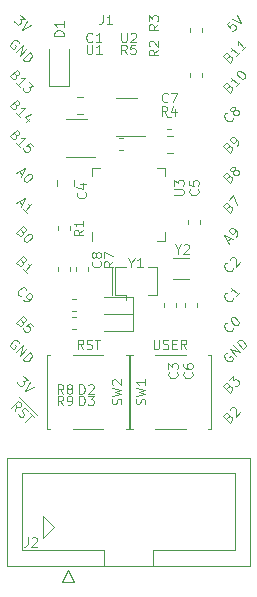
<source format=gto>
%TF.GenerationSoftware,KiCad,Pcbnew,5.1.8-db9833491~88~ubuntu20.04.1*%
%TF.CreationDate,2021-01-17T16:38:17+01:00*%
%TF.ProjectId,GreenFox,47726565-6e46-46f7-982e-6b696361645f,Rev1*%
%TF.SameCoordinates,PX6d01460PY68c4118*%
%TF.FileFunction,Legend,Top*%
%TF.FilePolarity,Positive*%
%FSLAX46Y46*%
G04 Gerber Fmt 4.6, Leading zero omitted, Abs format (unit mm)*
G04 Created by KiCad (PCBNEW 5.1.8-db9833491~88~ubuntu20.04.1) date 2021-01-17 16:38:17*
%MOMM*%
%LPD*%
G01*
G04 APERTURE LIST*
%ADD10C,0.120000*%
G04 APERTURE END LIST*
D10*
X6318304Y17595896D02*
X6051638Y17976848D01*
X5861161Y17595896D02*
X5861161Y18395896D01*
X6165923Y18395896D01*
X6242114Y18357800D01*
X6280209Y18319705D01*
X6318304Y18243515D01*
X6318304Y18129229D01*
X6280209Y18053039D01*
X6242114Y18014943D01*
X6165923Y17976848D01*
X5861161Y17976848D01*
X6623066Y17633991D02*
X6737352Y17595896D01*
X6927828Y17595896D01*
X7004019Y17633991D01*
X7042114Y17672086D01*
X7080209Y17748277D01*
X7080209Y17824467D01*
X7042114Y17900658D01*
X7004019Y17938753D01*
X6927828Y17976848D01*
X6775447Y18014943D01*
X6699257Y18053039D01*
X6661161Y18091134D01*
X6623066Y18167324D01*
X6623066Y18243515D01*
X6661161Y18319705D01*
X6699257Y18357800D01*
X6775447Y18395896D01*
X6965923Y18395896D01*
X7080209Y18357800D01*
X7308780Y18395896D02*
X7765923Y18395896D01*
X7537352Y17595896D02*
X7537352Y18395896D01*
X12293771Y18395896D02*
X12293771Y17748277D01*
X12331866Y17672086D01*
X12369961Y17633991D01*
X12446152Y17595896D01*
X12598533Y17595896D01*
X12674723Y17633991D01*
X12712819Y17672086D01*
X12750914Y17748277D01*
X12750914Y18395896D01*
X13093771Y17633991D02*
X13208057Y17595896D01*
X13398533Y17595896D01*
X13474723Y17633991D01*
X13512819Y17672086D01*
X13550914Y17748277D01*
X13550914Y17824467D01*
X13512819Y17900658D01*
X13474723Y17938753D01*
X13398533Y17976848D01*
X13246152Y18014943D01*
X13169961Y18053039D01*
X13131866Y18091134D01*
X13093771Y18167324D01*
X13093771Y18243515D01*
X13131866Y18319705D01*
X13169961Y18357800D01*
X13246152Y18395896D01*
X13436628Y18395896D01*
X13550914Y18357800D01*
X13893771Y18014943D02*
X14160438Y18014943D01*
X14274723Y17595896D02*
X13893771Y17595896D01*
X13893771Y18395896D01*
X14274723Y18395896D01*
X15074723Y17595896D02*
X14808057Y17976848D01*
X14617580Y17595896D02*
X14617580Y18395896D01*
X14922342Y18395896D01*
X14998533Y18357800D01*
X15036628Y18319705D01*
X15074723Y18243515D01*
X15074723Y18129229D01*
X15036628Y18053039D01*
X14998533Y18014943D01*
X14922342Y17976848D01*
X14617580Y17976848D01*
X2921000Y1587500D02*
X2921000Y3492500D01*
X3873500Y2540000D02*
X2921000Y1587500D01*
X3873500Y2540000D02*
X2921000Y3492500D01*
X1026316Y45884744D02*
X1376502Y45534558D01*
X972441Y45507620D01*
X1053254Y45426808D01*
X1080191Y45345996D01*
X1080191Y45292121D01*
X1053254Y45211309D01*
X918567Y45076622D01*
X837754Y45049685D01*
X783880Y45049685D01*
X703067Y45076622D01*
X541443Y45238246D01*
X514506Y45319059D01*
X514506Y45372933D01*
X1538127Y45372933D02*
X1161003Y44618686D01*
X1915250Y44995810D01*
X903193Y43540993D02*
X876255Y43621805D01*
X795443Y43702617D01*
X687693Y43756492D01*
X579944Y43756492D01*
X499132Y43729555D01*
X364445Y43648742D01*
X283632Y43567930D01*
X202820Y43433243D01*
X175883Y43352431D01*
X175883Y43244681D01*
X229758Y43136932D01*
X283632Y43083057D01*
X391382Y43029182D01*
X445257Y43029182D01*
X633819Y43217744D01*
X526069Y43325494D01*
X633819Y42732871D02*
X1199504Y43298556D01*
X957067Y42409622D01*
X1522753Y42975307D01*
X1226441Y42140248D02*
X1792127Y42705933D01*
X1926814Y42571246D01*
X1980689Y42463497D01*
X1980689Y42355747D01*
X1953751Y42274935D01*
X1872939Y42140248D01*
X1792127Y42059436D01*
X1657440Y41978624D01*
X1576628Y41951686D01*
X1468878Y41951686D01*
X1361128Y42005561D01*
X1226441Y42140248D01*
X633819Y40785494D02*
X687693Y40677744D01*
X687693Y40623869D01*
X660756Y40543057D01*
X579944Y40462245D01*
X499132Y40435307D01*
X445257Y40435307D01*
X364445Y40462245D01*
X148945Y40677744D01*
X714631Y41243429D01*
X903193Y41054868D01*
X930130Y40974055D01*
X930130Y40920181D01*
X903193Y40839368D01*
X849318Y40785494D01*
X768506Y40758556D01*
X714631Y40758556D01*
X633819Y40785494D01*
X445257Y40974055D01*
X1010942Y39815747D02*
X687693Y40138996D01*
X849318Y39977372D02*
X1415003Y40543057D01*
X1280316Y40516120D01*
X1172567Y40516120D01*
X1091754Y40543057D01*
X1765189Y40192871D02*
X2115376Y39842685D01*
X1711315Y39815747D01*
X1792127Y39734935D01*
X1819064Y39654123D01*
X1819064Y39600248D01*
X1792127Y39519436D01*
X1657440Y39384749D01*
X1576628Y39357811D01*
X1522753Y39357811D01*
X1441941Y39384749D01*
X1280316Y39546373D01*
X1253379Y39627185D01*
X1253379Y39681060D01*
X633819Y38245494D02*
X687693Y38137744D01*
X687693Y38083869D01*
X660756Y38003057D01*
X579944Y37922245D01*
X499132Y37895307D01*
X445257Y37895307D01*
X364445Y37922245D01*
X148945Y38137744D01*
X714631Y38703429D01*
X903193Y38514868D01*
X930130Y38434055D01*
X930130Y38380181D01*
X903193Y38299368D01*
X849318Y38245494D01*
X768506Y38218556D01*
X714631Y38218556D01*
X633819Y38245494D01*
X445257Y38434055D01*
X1010942Y37275747D02*
X687693Y37598996D01*
X849318Y37437372D02*
X1415003Y38003057D01*
X1280316Y37976120D01*
X1172567Y37976120D01*
X1091754Y38003057D01*
X1872939Y37167998D02*
X1495815Y36790874D01*
X1953751Y37518184D02*
X1415003Y37248810D01*
X1765189Y36898624D01*
X633819Y35705494D02*
X687693Y35597744D01*
X687693Y35543869D01*
X660756Y35463057D01*
X579944Y35382245D01*
X499132Y35355307D01*
X445257Y35355307D01*
X364445Y35382245D01*
X148945Y35597744D01*
X714631Y36163429D01*
X903193Y35974868D01*
X930130Y35894055D01*
X930130Y35840181D01*
X903193Y35759368D01*
X849318Y35705494D01*
X768506Y35678556D01*
X714631Y35678556D01*
X633819Y35705494D01*
X445257Y35894055D01*
X1010942Y34735747D02*
X687693Y35058996D01*
X849318Y34897372D02*
X1415003Y35463057D01*
X1280316Y35436120D01*
X1172567Y35436120D01*
X1091754Y35463057D01*
X2088438Y34789622D02*
X1819064Y35058996D01*
X1522753Y34816559D01*
X1576628Y34816559D01*
X1657440Y34789622D01*
X1792127Y34654935D01*
X1819064Y34574123D01*
X1819064Y34520248D01*
X1792127Y34439436D01*
X1657440Y34304749D01*
X1576628Y34277811D01*
X1522753Y34277811D01*
X1441941Y34304749D01*
X1307254Y34439436D01*
X1280316Y34520248D01*
X1280316Y34574123D01*
X903193Y32626746D02*
X1172567Y32357372D01*
X687693Y32518996D02*
X1441941Y32896120D01*
X1064817Y32141872D01*
X1926814Y32411246D02*
X1980689Y32357372D01*
X2007626Y32276559D01*
X2007626Y32222685D01*
X1980689Y32141872D01*
X1899876Y32007185D01*
X1765189Y31872498D01*
X1630502Y31791686D01*
X1549690Y31764749D01*
X1495815Y31764749D01*
X1415003Y31791686D01*
X1361128Y31845561D01*
X1334191Y31926373D01*
X1334191Y31980248D01*
X1361128Y32061060D01*
X1441941Y32195747D01*
X1576628Y32330434D01*
X1711315Y32411246D01*
X1792127Y32438184D01*
X1846002Y32438184D01*
X1926814Y32411246D01*
X903193Y30086746D02*
X1172567Y29817372D01*
X687693Y29978996D02*
X1441941Y30356120D01*
X1064817Y29601872D01*
X1549690Y29116999D02*
X1226441Y29440248D01*
X1388066Y29278624D02*
X1953751Y29844309D01*
X1819064Y29817372D01*
X1711315Y29817372D01*
X1630502Y29844309D01*
X1172567Y27546746D02*
X1226441Y27438996D01*
X1226441Y27385121D01*
X1199504Y27304309D01*
X1118692Y27223497D01*
X1037880Y27196559D01*
X984005Y27196559D01*
X903193Y27223497D01*
X687693Y27438996D01*
X1253379Y28004681D01*
X1441941Y27816120D01*
X1468878Y27735307D01*
X1468878Y27681433D01*
X1441941Y27600620D01*
X1388066Y27546746D01*
X1307254Y27519808D01*
X1253379Y27519808D01*
X1172567Y27546746D01*
X984005Y27735307D01*
X1926814Y27331246D02*
X1980689Y27277372D01*
X2007626Y27196559D01*
X2007626Y27142685D01*
X1980689Y27061872D01*
X1899876Y26927185D01*
X1765189Y26792498D01*
X1630502Y26711686D01*
X1549690Y26684749D01*
X1495815Y26684749D01*
X1415003Y26711686D01*
X1361128Y26765561D01*
X1334191Y26846373D01*
X1334191Y26900248D01*
X1361128Y26981060D01*
X1441941Y27115747D01*
X1576628Y27250434D01*
X1711315Y27331246D01*
X1792127Y27358184D01*
X1846002Y27358184D01*
X1926814Y27331246D01*
X1172567Y25006746D02*
X1226441Y24898996D01*
X1226441Y24845121D01*
X1199504Y24764309D01*
X1118692Y24683497D01*
X1037880Y24656559D01*
X984005Y24656559D01*
X903193Y24683497D01*
X687693Y24898996D01*
X1253379Y25464681D01*
X1441941Y25276120D01*
X1468878Y25195307D01*
X1468878Y25141433D01*
X1441941Y25060620D01*
X1388066Y25006746D01*
X1307254Y24979808D01*
X1253379Y24979808D01*
X1172567Y25006746D01*
X984005Y25195307D01*
X1549690Y24036999D02*
X1226441Y24360248D01*
X1388066Y24198624D02*
X1953751Y24764309D01*
X1819064Y24737372D01*
X1711315Y24737372D01*
X1630502Y24764309D01*
X1064817Y22089622D02*
X1010942Y22089622D01*
X903193Y22143497D01*
X849318Y22197372D01*
X795443Y22305121D01*
X795443Y22412871D01*
X822380Y22493683D01*
X903193Y22628370D01*
X984005Y22709182D01*
X1118692Y22789994D01*
X1199504Y22816932D01*
X1307254Y22816932D01*
X1415003Y22763057D01*
X1468878Y22709182D01*
X1522753Y22601433D01*
X1522753Y22547558D01*
X1280316Y21766373D02*
X1388066Y21658624D01*
X1468878Y21631686D01*
X1522753Y21631686D01*
X1657440Y21658624D01*
X1792127Y21739436D01*
X2007626Y21954935D01*
X2034563Y22035747D01*
X2034563Y22089622D01*
X2007626Y22170434D01*
X1899876Y22278184D01*
X1819064Y22305121D01*
X1765189Y22305121D01*
X1684377Y22278184D01*
X1549690Y22143497D01*
X1522753Y22062685D01*
X1522753Y22008810D01*
X1549690Y21927998D01*
X1657440Y21820248D01*
X1738252Y21793311D01*
X1792127Y21793311D01*
X1872939Y21820248D01*
X1172567Y19926746D02*
X1226441Y19818996D01*
X1226441Y19765121D01*
X1199504Y19684309D01*
X1118692Y19603497D01*
X1037880Y19576559D01*
X984005Y19576559D01*
X903193Y19603497D01*
X687693Y19818996D01*
X1253379Y20384681D01*
X1441941Y20196120D01*
X1468878Y20115307D01*
X1468878Y20061433D01*
X1441941Y19980620D01*
X1388066Y19926746D01*
X1307254Y19899808D01*
X1253379Y19899808D01*
X1172567Y19926746D01*
X984005Y20115307D01*
X2088438Y19549622D02*
X1819064Y19818996D01*
X1522753Y19576559D01*
X1576628Y19576559D01*
X1657440Y19549622D01*
X1792127Y19414935D01*
X1819064Y19334123D01*
X1819064Y19280248D01*
X1792127Y19199436D01*
X1657440Y19064749D01*
X1576628Y19037811D01*
X1522753Y19037811D01*
X1441941Y19064749D01*
X1307254Y19199436D01*
X1280316Y19280248D01*
X1280316Y19334123D01*
X903193Y18140993D02*
X876255Y18221805D01*
X795443Y18302617D01*
X687693Y18356492D01*
X579944Y18356492D01*
X499132Y18329555D01*
X364445Y18248742D01*
X283632Y18167930D01*
X202820Y18033243D01*
X175883Y17952431D01*
X175883Y17844681D01*
X229758Y17736932D01*
X283632Y17683057D01*
X391382Y17629182D01*
X445257Y17629182D01*
X633819Y17817744D01*
X526069Y17925494D01*
X633819Y17332871D02*
X1199504Y17898556D01*
X957067Y17009622D01*
X1522753Y17575307D01*
X1226441Y16740248D02*
X1792127Y17305933D01*
X1926814Y17171246D01*
X1980689Y17063497D01*
X1980689Y16955747D01*
X1953751Y16874935D01*
X1872939Y16740248D01*
X1792127Y16659436D01*
X1657440Y16578624D01*
X1576628Y16551686D01*
X1468878Y16551686D01*
X1361128Y16605561D01*
X1226441Y16740248D01*
X1280316Y15277744D02*
X1630502Y14927558D01*
X1226441Y14900620D01*
X1307254Y14819808D01*
X1334191Y14738996D01*
X1334191Y14685121D01*
X1307254Y14604309D01*
X1172567Y14469622D01*
X1091754Y14442685D01*
X1037880Y14442685D01*
X957067Y14469622D01*
X795443Y14631246D01*
X768506Y14712059D01*
X768506Y14765933D01*
X1792127Y14765933D02*
X1415003Y14011686D01*
X2169250Y14388810D01*
X895515Y13538189D02*
X1461201Y12972503D01*
X579944Y12306746D02*
X660756Y12764681D01*
X256695Y12629994D02*
X822380Y13195680D01*
X1037880Y12980181D01*
X1064817Y12899368D01*
X1064817Y12845494D01*
X1037880Y12764681D01*
X957067Y12683869D01*
X876255Y12656932D01*
X822380Y12656932D01*
X741568Y12683869D01*
X526069Y12899368D01*
X1461201Y12972503D02*
X1999949Y12433755D01*
X822380Y12118184D02*
X876255Y12010434D01*
X1010942Y11875747D01*
X1091754Y11848810D01*
X1145629Y11848810D01*
X1226441Y11875747D01*
X1280316Y11929622D01*
X1307254Y12010434D01*
X1307254Y12064309D01*
X1280316Y12145121D01*
X1199504Y12279808D01*
X1172567Y12360620D01*
X1172567Y12414495D01*
X1199504Y12495307D01*
X1253379Y12549182D01*
X1334191Y12576120D01*
X1388066Y12576120D01*
X1468878Y12549182D01*
X1603565Y12414495D01*
X1657440Y12306746D01*
X1999949Y12433755D02*
X2430947Y12002757D01*
X1846002Y12172059D02*
X2169250Y11848810D01*
X1441941Y11444749D02*
X2007626Y12010434D01*
X18625997Y11848810D02*
X18733746Y11902685D01*
X18787621Y11902685D01*
X18868433Y11875747D01*
X18949245Y11794935D01*
X18976183Y11714123D01*
X18976183Y11660248D01*
X18949245Y11579436D01*
X18733746Y11363937D01*
X18168061Y11929622D01*
X18356623Y12118184D01*
X18437435Y12145121D01*
X18491310Y12145121D01*
X18572122Y12118184D01*
X18625997Y12064309D01*
X18652934Y11983497D01*
X18652934Y11929622D01*
X18625997Y11848810D01*
X18437435Y11660248D01*
X18760684Y12414495D02*
X18760684Y12468370D01*
X18787621Y12549182D01*
X18922308Y12683869D01*
X19003120Y12710807D01*
X19056995Y12710807D01*
X19137807Y12683869D01*
X19191682Y12629994D01*
X19245557Y12522245D01*
X19245557Y11875747D01*
X19595743Y12225933D01*
X18625997Y14388810D02*
X18733746Y14442685D01*
X18787621Y14442685D01*
X18868433Y14415747D01*
X18949245Y14334935D01*
X18976183Y14254123D01*
X18976183Y14200248D01*
X18949245Y14119436D01*
X18733746Y13903937D01*
X18168061Y14469622D01*
X18356623Y14658184D01*
X18437435Y14685121D01*
X18491310Y14685121D01*
X18572122Y14658184D01*
X18625997Y14604309D01*
X18652934Y14523497D01*
X18652934Y14469622D01*
X18625997Y14388810D01*
X18437435Y14200248D01*
X18679871Y14981433D02*
X19030058Y15331619D01*
X19056995Y14927558D01*
X19137807Y15008370D01*
X19218619Y15035307D01*
X19272494Y15035307D01*
X19353306Y15008370D01*
X19487993Y14873683D01*
X19514931Y14792871D01*
X19514931Y14738996D01*
X19487993Y14658184D01*
X19326369Y14496559D01*
X19245557Y14469622D01*
X19191682Y14469622D01*
X18491310Y17278996D02*
X18410497Y17252059D01*
X18329685Y17171246D01*
X18275810Y17063497D01*
X18275810Y16955747D01*
X18302748Y16874935D01*
X18383560Y16740248D01*
X18464372Y16659436D01*
X18599059Y16578624D01*
X18679871Y16551686D01*
X18787621Y16551686D01*
X18895371Y16605561D01*
X18949245Y16659436D01*
X19003120Y16767185D01*
X19003120Y16821060D01*
X18814558Y17009622D01*
X18706809Y16901872D01*
X19299432Y17009622D02*
X18733746Y17575307D01*
X19622680Y17332871D01*
X19056995Y17898556D01*
X19892054Y17602245D02*
X19326369Y18167930D01*
X19461056Y18302617D01*
X19568806Y18356492D01*
X19676555Y18356492D01*
X19757367Y18329555D01*
X19892054Y18248742D01*
X19972867Y18167930D01*
X20053679Y18033243D01*
X20080616Y17952431D01*
X20080616Y17844681D01*
X20026741Y17736932D01*
X19892054Y17602245D01*
X19003120Y19361060D02*
X19003120Y19307185D01*
X18949245Y19199436D01*
X18895371Y19145561D01*
X18787621Y19091686D01*
X18679871Y19091686D01*
X18599059Y19118624D01*
X18464372Y19199436D01*
X18383560Y19280248D01*
X18302748Y19414935D01*
X18275810Y19495747D01*
X18275810Y19603497D01*
X18329685Y19711246D01*
X18383560Y19765121D01*
X18491310Y19818996D01*
X18545184Y19818996D01*
X18841496Y20223057D02*
X18895371Y20276932D01*
X18976183Y20303869D01*
X19030058Y20303869D01*
X19110870Y20276932D01*
X19245557Y20196120D01*
X19380244Y20061433D01*
X19461056Y19926746D01*
X19487993Y19845933D01*
X19487993Y19792059D01*
X19461056Y19711246D01*
X19407181Y19657372D01*
X19326369Y19630434D01*
X19272494Y19630434D01*
X19191682Y19657372D01*
X19056995Y19738184D01*
X18922308Y19872871D01*
X18841496Y20007558D01*
X18814558Y20088370D01*
X18814558Y20142245D01*
X18841496Y20223057D01*
X19003120Y21901060D02*
X19003120Y21847185D01*
X18949245Y21739436D01*
X18895371Y21685561D01*
X18787621Y21631686D01*
X18679871Y21631686D01*
X18599059Y21658624D01*
X18464372Y21739436D01*
X18383560Y21820248D01*
X18302748Y21954935D01*
X18275810Y22035747D01*
X18275810Y22143497D01*
X18329685Y22251246D01*
X18383560Y22305121D01*
X18491310Y22358996D01*
X18545184Y22358996D01*
X19595743Y22385933D02*
X19272494Y22062685D01*
X19434119Y22224309D02*
X18868433Y22789994D01*
X18895371Y22655307D01*
X18895371Y22547558D01*
X18868433Y22466746D01*
X19003120Y24441060D02*
X19003120Y24387185D01*
X18949245Y24279436D01*
X18895371Y24225561D01*
X18787621Y24171686D01*
X18679871Y24171686D01*
X18599059Y24198624D01*
X18464372Y24279436D01*
X18383560Y24360248D01*
X18302748Y24494935D01*
X18275810Y24575747D01*
X18275810Y24683497D01*
X18329685Y24791246D01*
X18383560Y24845121D01*
X18491310Y24898996D01*
X18545184Y24898996D01*
X18760684Y25114495D02*
X18760684Y25168370D01*
X18787621Y25249182D01*
X18922308Y25383869D01*
X19003120Y25410807D01*
X19056995Y25410807D01*
X19137807Y25383869D01*
X19191682Y25329994D01*
X19245557Y25222245D01*
X19245557Y24575747D01*
X19595743Y24925933D01*
X18545184Y26738624D02*
X18814558Y27007998D01*
X18652934Y26523124D02*
X18275810Y27277372D01*
X19030058Y26900248D01*
X19245557Y27115747D02*
X19353306Y27223497D01*
X19380244Y27304309D01*
X19380244Y27358184D01*
X19353306Y27492871D01*
X19272494Y27627558D01*
X19056995Y27843057D01*
X18976183Y27869994D01*
X18922308Y27869994D01*
X18841496Y27843057D01*
X18733746Y27735307D01*
X18706809Y27654495D01*
X18706809Y27600620D01*
X18733746Y27519808D01*
X18868433Y27385121D01*
X18949245Y27358184D01*
X19003120Y27358184D01*
X19083932Y27385121D01*
X19191682Y27492871D01*
X19218619Y27573683D01*
X19218619Y27627558D01*
X19191682Y27708370D01*
X18625997Y29628810D02*
X18733746Y29682685D01*
X18787621Y29682685D01*
X18868433Y29655747D01*
X18949245Y29574935D01*
X18976183Y29494123D01*
X18976183Y29440248D01*
X18949245Y29359436D01*
X18733746Y29143937D01*
X18168061Y29709622D01*
X18356623Y29898184D01*
X18437435Y29925121D01*
X18491310Y29925121D01*
X18572122Y29898184D01*
X18625997Y29844309D01*
X18652934Y29763497D01*
X18652934Y29709622D01*
X18625997Y29628810D01*
X18437435Y29440248D01*
X18679871Y30221433D02*
X19056995Y30598556D01*
X19380244Y29790434D01*
X18625997Y32168810D02*
X18733746Y32222685D01*
X18787621Y32222685D01*
X18868433Y32195747D01*
X18949245Y32114935D01*
X18976183Y32034123D01*
X18976183Y31980248D01*
X18949245Y31899436D01*
X18733746Y31683937D01*
X18168061Y32249622D01*
X18356623Y32438184D01*
X18437435Y32465121D01*
X18491310Y32465121D01*
X18572122Y32438184D01*
X18625997Y32384309D01*
X18652934Y32303497D01*
X18652934Y32249622D01*
X18625997Y32168810D01*
X18437435Y31980248D01*
X19056995Y32653683D02*
X18976183Y32626746D01*
X18922308Y32626746D01*
X18841496Y32653683D01*
X18814558Y32680620D01*
X18787621Y32761433D01*
X18787621Y32815307D01*
X18814558Y32896120D01*
X18922308Y33003869D01*
X19003120Y33030807D01*
X19056995Y33030807D01*
X19137807Y33003869D01*
X19164745Y32976932D01*
X19191682Y32896120D01*
X19191682Y32842245D01*
X19164745Y32761433D01*
X19056995Y32653683D01*
X19030058Y32572871D01*
X19030058Y32518996D01*
X19056995Y32438184D01*
X19164745Y32330434D01*
X19245557Y32303497D01*
X19299432Y32303497D01*
X19380244Y32330434D01*
X19487993Y32438184D01*
X19514931Y32518996D01*
X19514931Y32572871D01*
X19487993Y32653683D01*
X19380244Y32761433D01*
X19299432Y32788370D01*
X19245557Y32788370D01*
X19164745Y32761433D01*
X18625997Y34708810D02*
X18733746Y34762685D01*
X18787621Y34762685D01*
X18868433Y34735747D01*
X18949245Y34654935D01*
X18976183Y34574123D01*
X18976183Y34520248D01*
X18949245Y34439436D01*
X18733746Y34223937D01*
X18168061Y34789622D01*
X18356623Y34978184D01*
X18437435Y35005121D01*
X18491310Y35005121D01*
X18572122Y34978184D01*
X18625997Y34924309D01*
X18652934Y34843497D01*
X18652934Y34789622D01*
X18625997Y34708810D01*
X18437435Y34520248D01*
X19326369Y34816559D02*
X19434119Y34924309D01*
X19461056Y35005121D01*
X19461056Y35058996D01*
X19434119Y35193683D01*
X19353306Y35328370D01*
X19137807Y35543869D01*
X19056995Y35570807D01*
X19003120Y35570807D01*
X18922308Y35543869D01*
X18814558Y35436120D01*
X18787621Y35355307D01*
X18787621Y35301433D01*
X18814558Y35220620D01*
X18949245Y35085933D01*
X19030058Y35058996D01*
X19083932Y35058996D01*
X19164745Y35085933D01*
X19272494Y35193683D01*
X19299432Y35274495D01*
X19299432Y35328370D01*
X19272494Y35409182D01*
X19003120Y37141060D02*
X19003120Y37087185D01*
X18949245Y36979436D01*
X18895371Y36925561D01*
X18787621Y36871686D01*
X18679871Y36871686D01*
X18599059Y36898624D01*
X18464372Y36979436D01*
X18383560Y37060248D01*
X18302748Y37194935D01*
X18275810Y37275747D01*
X18275810Y37383497D01*
X18329685Y37491246D01*
X18383560Y37545121D01*
X18491310Y37598996D01*
X18545184Y37598996D01*
X19056995Y37733683D02*
X18976183Y37706746D01*
X18922308Y37706746D01*
X18841496Y37733683D01*
X18814558Y37760620D01*
X18787621Y37841433D01*
X18787621Y37895307D01*
X18814558Y37976120D01*
X18922308Y38083869D01*
X19003120Y38110807D01*
X19056995Y38110807D01*
X19137807Y38083869D01*
X19164745Y38056932D01*
X19191682Y37976120D01*
X19191682Y37922245D01*
X19164745Y37841433D01*
X19056995Y37733683D01*
X19030058Y37652871D01*
X19030058Y37598996D01*
X19056995Y37518184D01*
X19164745Y37410434D01*
X19245557Y37383497D01*
X19299432Y37383497D01*
X19380244Y37410434D01*
X19487993Y37518184D01*
X19514931Y37598996D01*
X19514931Y37652871D01*
X19487993Y37733683D01*
X19380244Y37841433D01*
X19299432Y37868370D01*
X19245557Y37868370D01*
X19164745Y37841433D01*
X18625997Y39788810D02*
X18733746Y39842685D01*
X18787621Y39842685D01*
X18868433Y39815747D01*
X18949245Y39734935D01*
X18976183Y39654123D01*
X18976183Y39600248D01*
X18949245Y39519436D01*
X18733746Y39303937D01*
X18168061Y39869622D01*
X18356623Y40058184D01*
X18437435Y40085121D01*
X18491310Y40085121D01*
X18572122Y40058184D01*
X18625997Y40004309D01*
X18652934Y39923497D01*
X18652934Y39869622D01*
X18625997Y39788810D01*
X18437435Y39600248D01*
X19595743Y40165933D02*
X19272494Y39842685D01*
X19434119Y40004309D02*
X18868433Y40569994D01*
X18895371Y40435307D01*
X18895371Y40327558D01*
X18868433Y40246746D01*
X19380244Y41081805D02*
X19434119Y41135680D01*
X19514931Y41162617D01*
X19568806Y41162617D01*
X19649618Y41135680D01*
X19784305Y41054868D01*
X19918992Y40920181D01*
X19999804Y40785494D01*
X20026741Y40704681D01*
X20026741Y40650807D01*
X19999804Y40569994D01*
X19945929Y40516120D01*
X19865117Y40489182D01*
X19811242Y40489182D01*
X19730430Y40516120D01*
X19595743Y40596932D01*
X19461056Y40731619D01*
X19380244Y40866306D01*
X19353306Y40947118D01*
X19353306Y41000993D01*
X19380244Y41081805D01*
X18625997Y42328810D02*
X18733746Y42382685D01*
X18787621Y42382685D01*
X18868433Y42355747D01*
X18949245Y42274935D01*
X18976183Y42194123D01*
X18976183Y42140248D01*
X18949245Y42059436D01*
X18733746Y41843937D01*
X18168061Y42409622D01*
X18356623Y42598184D01*
X18437435Y42625121D01*
X18491310Y42625121D01*
X18572122Y42598184D01*
X18625997Y42544309D01*
X18652934Y42463497D01*
X18652934Y42409622D01*
X18625997Y42328810D01*
X18437435Y42140248D01*
X19595743Y42705933D02*
X19272494Y42382685D01*
X19434119Y42544309D02*
X18868433Y43109994D01*
X18895371Y42975307D01*
X18895371Y42867558D01*
X18868433Y42786746D01*
X20134491Y43244681D02*
X19811242Y42921433D01*
X19972867Y43083057D02*
X19407181Y43648742D01*
X19434119Y43514055D01*
X19434119Y43406306D01*
X19407181Y43325494D01*
X18754935Y45345996D02*
X18485561Y45076622D01*
X18727997Y44780311D01*
X18727997Y44834185D01*
X18754935Y44914998D01*
X18889622Y45049685D01*
X18970434Y45076622D01*
X19024309Y45076622D01*
X19105121Y45049685D01*
X19239808Y44914998D01*
X19266745Y44834185D01*
X19266745Y44780311D01*
X19239808Y44699498D01*
X19105121Y44564811D01*
X19024309Y44537874D01*
X18970434Y44537874D01*
X18943497Y45534558D02*
X19697744Y45157434D01*
X19320620Y45911681D01*
%TO.C,SW2*%
X12416000Y17120000D02*
X15016000Y17120000D01*
X17166000Y10820000D02*
X16916000Y10820000D01*
X17166000Y17120000D02*
X17166000Y10820000D01*
X16916000Y17120000D02*
X17166000Y17120000D01*
X15016000Y10820000D02*
X12416000Y10820000D01*
X10266000Y17120000D02*
X10516000Y17120000D01*
X10266000Y10820000D02*
X10266000Y17120000D01*
X10516000Y10820000D02*
X10266000Y10820000D01*
%TO.C,SW1*%
X8031000Y10820000D02*
X5431000Y10820000D01*
X3281000Y17120000D02*
X3531000Y17120000D01*
X3281000Y10820000D02*
X3281000Y17120000D01*
X3531000Y10820000D02*
X3281000Y10820000D01*
X5431000Y17120000D02*
X8031000Y17120000D01*
X10181000Y10820000D02*
X9931000Y10820000D01*
X10181000Y17120000D02*
X10181000Y10820000D01*
X9931000Y17120000D02*
X10181000Y17120000D01*
%TO.C,R1*%
X5209000Y27641733D02*
X5209000Y27984267D01*
X4189000Y27641733D02*
X4189000Y27984267D01*
%TO.C,C8*%
X4189000Y24555267D02*
X4189000Y24212733D01*
X5209000Y24555267D02*
X5209000Y24212733D01*
%TO.C,Y2*%
X15280000Y23509000D02*
X13930000Y23509000D01*
X15280000Y25259000D02*
X13930000Y25259000D01*
%TO.C,Y1*%
X8795000Y22568000D02*
X8795000Y22168000D01*
X8995000Y22568000D02*
X8995000Y22168000D01*
X12595000Y22568000D02*
X12595000Y22168000D01*
X8795000Y24568000D02*
X8795000Y22568000D01*
X9995000Y22168000D02*
X9995000Y21768000D01*
X9995000Y22168000D02*
X8995000Y22168000D01*
X8995000Y22568000D02*
X8995000Y24568000D01*
X8995000Y24568000D02*
X9995000Y24568000D01*
X11795000Y24568000D02*
X12595000Y24568000D01*
X12595000Y24568000D02*
X12595000Y22568000D01*
X12595000Y22168000D02*
X11795000Y22168000D01*
%TO.C,U3*%
X7050000Y27460000D02*
X7050000Y26735000D01*
X13270000Y32955000D02*
X12545000Y32955000D01*
X13270000Y32230000D02*
X13270000Y32955000D01*
X13270000Y26735000D02*
X12545000Y26735000D01*
X13270000Y27460000D02*
X13270000Y26735000D01*
X7050000Y32955000D02*
X7775000Y32955000D01*
X7050000Y32230000D02*
X7050000Y32955000D01*
%TO.C,U2*%
X10933000Y38884500D02*
X9133000Y38884500D01*
X9133000Y35664500D02*
X11583000Y35664500D01*
%TO.C,U1*%
X6678500Y37043000D02*
X4878500Y37043000D01*
X4878500Y33823000D02*
X7328500Y33823000D01*
%TO.C,R9*%
X5709767Y20322000D02*
X5367233Y20322000D01*
X5709767Y19302000D02*
X5367233Y19302000D01*
%TO.C,R8*%
X5709767Y21807000D02*
X5367233Y21807000D01*
X5709767Y20787000D02*
X5367233Y20787000D01*
%TO.C,R7*%
X6733000Y24212733D02*
X6733000Y24555267D01*
X5713000Y24212733D02*
X5713000Y24555267D01*
%TO.C,R5*%
X9696267Y35498500D02*
X9353733Y35498500D01*
X9696267Y34478500D02*
X9353733Y34478500D01*
%TO.C,R4*%
X13760267Y37213000D02*
X13417733Y37213000D01*
X13760267Y36193000D02*
X13417733Y36193000D01*
%TO.C,R3*%
X15365000Y44748267D02*
X15365000Y44405733D01*
X16385000Y44748267D02*
X16385000Y44405733D01*
%TO.C,R2*%
X16385000Y40595733D02*
X16385000Y40938267D01*
X15365000Y40595733D02*
X15365000Y40938267D01*
%TO.C,J2*%
X5580000Y-2140000D02*
X5080000Y-1140000D01*
X4580000Y-2140000D02*
X5580000Y-2140000D01*
X5080000Y-1140000D02*
X4580000Y-2140000D01*
X12210000Y560000D02*
X12210000Y-750000D01*
X12210000Y560000D02*
X12210000Y560000D01*
X19150000Y560000D02*
X12210000Y560000D01*
X19150000Y7060000D02*
X19150000Y560000D01*
X1170000Y7060000D02*
X19150000Y7060000D01*
X1170000Y560000D02*
X1170000Y7060000D01*
X8110000Y560000D02*
X1170000Y560000D01*
X8110000Y-750000D02*
X8110000Y560000D01*
X20450000Y-750000D02*
X-130000Y-750000D01*
X20450000Y8370000D02*
X20450000Y-750000D01*
X-130000Y8370000D02*
X20450000Y8370000D01*
X-130000Y-750000D02*
X-130000Y8370000D01*
%TO.C,D3*%
X10550500Y20547000D02*
X8090500Y20547000D01*
X10550500Y19077000D02*
X10550500Y20547000D01*
X8090500Y19077000D02*
X10550500Y19077000D01*
%TO.C,D2*%
X10550500Y22032000D02*
X8090500Y22032000D01*
X10550500Y20562000D02*
X10550500Y22032000D01*
X8090500Y20562000D02*
X10550500Y20562000D01*
%TO.C,D1*%
X3468000Y39883000D02*
X3468000Y43033000D01*
X5168000Y39883000D02*
X5168000Y43033000D01*
X3468000Y39883000D02*
X5168000Y39883000D01*
%TO.C,C7*%
X13391248Y34215000D02*
X13913752Y34215000D01*
X13391248Y35635000D02*
X13913752Y35635000D01*
%TO.C,C6*%
X14984000Y21507267D02*
X14984000Y21164733D01*
X16004000Y21507267D02*
X16004000Y21164733D01*
%TO.C,C5*%
X15238000Y28492267D02*
X15238000Y28149733D01*
X16258000Y28492267D02*
X16258000Y28149733D01*
%TO.C,C4*%
X4116000Y31884252D02*
X4116000Y31361748D01*
X5536000Y31884252D02*
X5536000Y31361748D01*
%TO.C,C3*%
X13206000Y21507267D02*
X13206000Y21164733D01*
X14226000Y21507267D02*
X14226000Y21164733D01*
%TO.C,C1*%
X5834748Y37517000D02*
X6357252Y37517000D01*
X5834748Y38937000D02*
X6357252Y38937000D01*
%TO.C,SW2*%
X9539809Y12903334D02*
X9577904Y13017620D01*
X9577904Y13208096D01*
X9539809Y13284286D01*
X9501714Y13322381D01*
X9425523Y13360477D01*
X9349333Y13360477D01*
X9273142Y13322381D01*
X9235047Y13284286D01*
X9196952Y13208096D01*
X9158857Y13055715D01*
X9120761Y12979524D01*
X9082666Y12941429D01*
X9006476Y12903334D01*
X8930285Y12903334D01*
X8854095Y12941429D01*
X8816000Y12979524D01*
X8777904Y13055715D01*
X8777904Y13246191D01*
X8816000Y13360477D01*
X8777904Y13627143D02*
X9577904Y13817620D01*
X9006476Y13970000D01*
X9577904Y14122381D01*
X8777904Y14312858D01*
X8854095Y14579524D02*
X8816000Y14617620D01*
X8777904Y14693810D01*
X8777904Y14884286D01*
X8816000Y14960477D01*
X8854095Y14998572D01*
X8930285Y15036667D01*
X9006476Y15036667D01*
X9120761Y14998572D01*
X9577904Y14541429D01*
X9577904Y15036667D01*
%TO.C,SW1*%
X11554809Y12903334D02*
X11592904Y13017620D01*
X11592904Y13208096D01*
X11554809Y13284286D01*
X11516714Y13322381D01*
X11440523Y13360477D01*
X11364333Y13360477D01*
X11288142Y13322381D01*
X11250047Y13284286D01*
X11211952Y13208096D01*
X11173857Y13055715D01*
X11135761Y12979524D01*
X11097666Y12941429D01*
X11021476Y12903334D01*
X10945285Y12903334D01*
X10869095Y12941429D01*
X10831000Y12979524D01*
X10792904Y13055715D01*
X10792904Y13246191D01*
X10831000Y13360477D01*
X10792904Y13627143D02*
X11592904Y13817620D01*
X11021476Y13970000D01*
X11592904Y14122381D01*
X10792904Y14312858D01*
X11592904Y15036667D02*
X11592904Y14579524D01*
X11592904Y14808096D02*
X10792904Y14808096D01*
X10907190Y14731905D01*
X10983380Y14655715D01*
X11021476Y14579524D01*
%TO.C,R1*%
X6330904Y27679667D02*
X5949952Y27413000D01*
X6330904Y27222524D02*
X5530904Y27222524D01*
X5530904Y27527286D01*
X5569000Y27603477D01*
X5607095Y27641572D01*
X5683285Y27679667D01*
X5797571Y27679667D01*
X5873761Y27641572D01*
X5911857Y27603477D01*
X5949952Y27527286D01*
X5949952Y27222524D01*
X6330904Y28441572D02*
X6330904Y27984429D01*
X6330904Y28213000D02*
X5530904Y28213000D01*
X5645190Y28136810D01*
X5721380Y28060620D01*
X5759476Y27984429D01*
%TO.C,C8*%
X7778714Y25012667D02*
X7816809Y24974572D01*
X7854904Y24860286D01*
X7854904Y24784096D01*
X7816809Y24669810D01*
X7740619Y24593620D01*
X7664428Y24555524D01*
X7512047Y24517429D01*
X7397761Y24517429D01*
X7245380Y24555524D01*
X7169190Y24593620D01*
X7093000Y24669810D01*
X7054904Y24784096D01*
X7054904Y24860286D01*
X7093000Y24974572D01*
X7131095Y25012667D01*
X7397761Y25469810D02*
X7359666Y25393620D01*
X7321571Y25355524D01*
X7245380Y25317429D01*
X7207285Y25317429D01*
X7131095Y25355524D01*
X7093000Y25393620D01*
X7054904Y25469810D01*
X7054904Y25622191D01*
X7093000Y25698381D01*
X7131095Y25736477D01*
X7207285Y25774572D01*
X7245380Y25774572D01*
X7321571Y25736477D01*
X7359666Y25698381D01*
X7397761Y25622191D01*
X7397761Y25469810D01*
X7435857Y25393620D01*
X7473952Y25355524D01*
X7550142Y25317429D01*
X7702523Y25317429D01*
X7778714Y25355524D01*
X7816809Y25393620D01*
X7854904Y25469810D01*
X7854904Y25622191D01*
X7816809Y25698381D01*
X7778714Y25736477D01*
X7702523Y25774572D01*
X7550142Y25774572D01*
X7473952Y25736477D01*
X7435857Y25698381D01*
X7397761Y25622191D01*
%TO.C,Y2*%
X14351047Y26054048D02*
X14351047Y25673096D01*
X14084380Y26473096D02*
X14351047Y26054048D01*
X14617714Y26473096D01*
X14846285Y26396905D02*
X14884380Y26435000D01*
X14960571Y26473096D01*
X15151047Y26473096D01*
X15227238Y26435000D01*
X15265333Y26396905D01*
X15303428Y26320715D01*
X15303428Y26244524D01*
X15265333Y26130239D01*
X14808190Y25673096D01*
X15303428Y25673096D01*
%TO.C,Y1*%
X10414047Y24911048D02*
X10414047Y24530096D01*
X10147380Y25330096D02*
X10414047Y24911048D01*
X10680714Y25330096D01*
X11366428Y24530096D02*
X10909285Y24530096D01*
X11137857Y24530096D02*
X11137857Y25330096D01*
X11061666Y25215810D01*
X10985476Y25139620D01*
X10909285Y25101524D01*
%TO.C,U3*%
X14039904Y30657877D02*
X14687523Y30657877D01*
X14763714Y30695972D01*
X14801809Y30734067D01*
X14839904Y30810258D01*
X14839904Y30962639D01*
X14801809Y31038829D01*
X14763714Y31076924D01*
X14687523Y31115020D01*
X14039904Y31115020D01*
X14039904Y31419781D02*
X14039904Y31915020D01*
X14344666Y31648353D01*
X14344666Y31762639D01*
X14382761Y31838829D01*
X14420857Y31876924D01*
X14497047Y31915020D01*
X14687523Y31915020D01*
X14763714Y31876924D01*
X14801809Y31838829D01*
X14839904Y31762639D01*
X14839904Y31534067D01*
X14801809Y31457877D01*
X14763714Y31419781D01*
%TO.C,U2*%
X9550476Y44380096D02*
X9550476Y43732477D01*
X9588571Y43656286D01*
X9626666Y43618191D01*
X9702857Y43580096D01*
X9855238Y43580096D01*
X9931428Y43618191D01*
X9969523Y43656286D01*
X10007619Y43732477D01*
X10007619Y44380096D01*
X10350476Y44303905D02*
X10388571Y44342000D01*
X10464761Y44380096D01*
X10655238Y44380096D01*
X10731428Y44342000D01*
X10769523Y44303905D01*
X10807619Y44227715D01*
X10807619Y44151524D01*
X10769523Y44037239D01*
X10312380Y43580096D01*
X10807619Y43580096D01*
%TO.C,U1*%
X6629476Y43364096D02*
X6629476Y42716477D01*
X6667571Y42640286D01*
X6705666Y42602191D01*
X6781857Y42564096D01*
X6934238Y42564096D01*
X7010428Y42602191D01*
X7048523Y42640286D01*
X7086619Y42716477D01*
X7086619Y43364096D01*
X7886619Y42564096D02*
X7429476Y42564096D01*
X7658047Y42564096D02*
X7658047Y43364096D01*
X7581857Y43249810D01*
X7505666Y43173620D01*
X7429476Y43135524D01*
%TO.C,R9*%
X4643166Y12846096D02*
X4376500Y13227048D01*
X4186023Y12846096D02*
X4186023Y13646096D01*
X4490785Y13646096D01*
X4566976Y13608000D01*
X4605071Y13569905D01*
X4643166Y13493715D01*
X4643166Y13379429D01*
X4605071Y13303239D01*
X4566976Y13265143D01*
X4490785Y13227048D01*
X4186023Y13227048D01*
X5024119Y12846096D02*
X5176500Y12846096D01*
X5252690Y12884191D01*
X5290785Y12922286D01*
X5366976Y13036572D01*
X5405071Y13188953D01*
X5405071Y13493715D01*
X5366976Y13569905D01*
X5328880Y13608000D01*
X5252690Y13646096D01*
X5100309Y13646096D01*
X5024119Y13608000D01*
X4986023Y13569905D01*
X4947928Y13493715D01*
X4947928Y13303239D01*
X4986023Y13227048D01*
X5024119Y13188953D01*
X5100309Y13150858D01*
X5252690Y13150858D01*
X5328880Y13188953D01*
X5366976Y13227048D01*
X5405071Y13303239D01*
%TO.C,R8*%
X4643166Y13790096D02*
X4376500Y14171048D01*
X4186023Y13790096D02*
X4186023Y14590096D01*
X4490785Y14590096D01*
X4566976Y14552000D01*
X4605071Y14513905D01*
X4643166Y14437715D01*
X4643166Y14323429D01*
X4605071Y14247239D01*
X4566976Y14209143D01*
X4490785Y14171048D01*
X4186023Y14171048D01*
X5100309Y14247239D02*
X5024119Y14285334D01*
X4986023Y14323429D01*
X4947928Y14399620D01*
X4947928Y14437715D01*
X4986023Y14513905D01*
X5024119Y14552000D01*
X5100309Y14590096D01*
X5252690Y14590096D01*
X5328880Y14552000D01*
X5366976Y14513905D01*
X5405071Y14437715D01*
X5405071Y14399620D01*
X5366976Y14323429D01*
X5328880Y14285334D01*
X5252690Y14247239D01*
X5100309Y14247239D01*
X5024119Y14209143D01*
X4986023Y14171048D01*
X4947928Y14094858D01*
X4947928Y13942477D01*
X4986023Y13866286D01*
X5024119Y13828191D01*
X5100309Y13790096D01*
X5252690Y13790096D01*
X5328880Y13828191D01*
X5366976Y13866286D01*
X5405071Y13942477D01*
X5405071Y14094858D01*
X5366976Y14171048D01*
X5328880Y14209143D01*
X5252690Y14247239D01*
%TO.C,R7*%
X8870904Y25012667D02*
X8489952Y24746000D01*
X8870904Y24555524D02*
X8070904Y24555524D01*
X8070904Y24860286D01*
X8109000Y24936477D01*
X8147095Y24974572D01*
X8223285Y25012667D01*
X8337571Y25012667D01*
X8413761Y24974572D01*
X8451857Y24936477D01*
X8489952Y24860286D01*
X8489952Y24555524D01*
X8070904Y25279334D02*
X8070904Y25812667D01*
X8870904Y25469810D01*
%TO.C,R5*%
X10026666Y42564096D02*
X9760000Y42945048D01*
X9569523Y42564096D02*
X9569523Y43364096D01*
X9874285Y43364096D01*
X9950476Y43326000D01*
X9988571Y43287905D01*
X10026666Y43211715D01*
X10026666Y43097429D01*
X9988571Y43021239D01*
X9950476Y42983143D01*
X9874285Y42945048D01*
X9569523Y42945048D01*
X10750476Y43364096D02*
X10369523Y43364096D01*
X10331428Y42983143D01*
X10369523Y43021239D01*
X10445714Y43059334D01*
X10636190Y43059334D01*
X10712380Y43021239D01*
X10750476Y42983143D01*
X10788571Y42906953D01*
X10788571Y42716477D01*
X10750476Y42640286D01*
X10712380Y42602191D01*
X10636190Y42564096D01*
X10445714Y42564096D01*
X10369523Y42602191D01*
X10331428Y42640286D01*
%TO.C,R4*%
X13455666Y37357096D02*
X13189000Y37738048D01*
X12998523Y37357096D02*
X12998523Y38157096D01*
X13303285Y38157096D01*
X13379476Y38119000D01*
X13417571Y38080905D01*
X13455666Y38004715D01*
X13455666Y37890429D01*
X13417571Y37814239D01*
X13379476Y37776143D01*
X13303285Y37738048D01*
X12998523Y37738048D01*
X14141380Y37890429D02*
X14141380Y37357096D01*
X13950904Y38195191D02*
X13760428Y37623762D01*
X14255666Y37623762D01*
%TO.C,R3*%
X12680904Y45078667D02*
X12299952Y44812000D01*
X12680904Y44621524D02*
X11880904Y44621524D01*
X11880904Y44926286D01*
X11919000Y45002477D01*
X11957095Y45040572D01*
X12033285Y45078667D01*
X12147571Y45078667D01*
X12223761Y45040572D01*
X12261857Y45002477D01*
X12299952Y44926286D01*
X12299952Y44621524D01*
X11880904Y45345334D02*
X11880904Y45840572D01*
X12185666Y45573905D01*
X12185666Y45688191D01*
X12223761Y45764381D01*
X12261857Y45802477D01*
X12338047Y45840572D01*
X12528523Y45840572D01*
X12604714Y45802477D01*
X12642809Y45764381D01*
X12680904Y45688191D01*
X12680904Y45459620D01*
X12642809Y45383429D01*
X12604714Y45345334D01*
%TO.C,R2*%
X12680904Y42919667D02*
X12299952Y42653000D01*
X12680904Y42462524D02*
X11880904Y42462524D01*
X11880904Y42767286D01*
X11919000Y42843477D01*
X11957095Y42881572D01*
X12033285Y42919667D01*
X12147571Y42919667D01*
X12223761Y42881572D01*
X12261857Y42843477D01*
X12299952Y42767286D01*
X12299952Y42462524D01*
X11957095Y43224429D02*
X11919000Y43262524D01*
X11880904Y43338715D01*
X11880904Y43529191D01*
X11919000Y43605381D01*
X11957095Y43643477D01*
X12033285Y43681572D01*
X12109476Y43681572D01*
X12223761Y43643477D01*
X12680904Y43186334D01*
X12680904Y43681572D01*
%TO.C,J2*%
X1638333Y1644596D02*
X1638333Y1073167D01*
X1600238Y958881D01*
X1524047Y882691D01*
X1409761Y844596D01*
X1333571Y844596D01*
X1981190Y1568405D02*
X2019285Y1606500D01*
X2095476Y1644596D01*
X2285952Y1644596D01*
X2362142Y1606500D01*
X2400238Y1568405D01*
X2438333Y1492215D01*
X2438333Y1416024D01*
X2400238Y1301739D01*
X1943095Y844596D01*
X2438333Y844596D01*
%TO.C,J1*%
X7988333Y45904096D02*
X7988333Y45332667D01*
X7950238Y45218381D01*
X7874047Y45142191D01*
X7759761Y45104096D01*
X7683571Y45104096D01*
X8788333Y45104096D02*
X8331190Y45104096D01*
X8559761Y45104096D02*
X8559761Y45904096D01*
X8483571Y45789810D01*
X8407380Y45713620D01*
X8331190Y45675524D01*
%TO.C,D3*%
X6013523Y12846096D02*
X6013523Y13646096D01*
X6204000Y13646096D01*
X6318285Y13608000D01*
X6394476Y13531810D01*
X6432571Y13455620D01*
X6470666Y13303239D01*
X6470666Y13188953D01*
X6432571Y13036572D01*
X6394476Y12960381D01*
X6318285Y12884191D01*
X6204000Y12846096D01*
X6013523Y12846096D01*
X6737333Y13646096D02*
X7232571Y13646096D01*
X6965904Y13341334D01*
X7080190Y13341334D01*
X7156380Y13303239D01*
X7194476Y13265143D01*
X7232571Y13188953D01*
X7232571Y12998477D01*
X7194476Y12922286D01*
X7156380Y12884191D01*
X7080190Y12846096D01*
X6851619Y12846096D01*
X6775428Y12884191D01*
X6737333Y12922286D01*
%TO.C,D2*%
X6014023Y13790096D02*
X6014023Y14590096D01*
X6204500Y14590096D01*
X6318785Y14552000D01*
X6394976Y14475810D01*
X6433071Y14399620D01*
X6471166Y14247239D01*
X6471166Y14132953D01*
X6433071Y13980572D01*
X6394976Y13904381D01*
X6318785Y13828191D01*
X6204500Y13790096D01*
X6014023Y13790096D01*
X6775928Y14513905D02*
X6814023Y14552000D01*
X6890214Y14590096D01*
X7080690Y14590096D01*
X7156880Y14552000D01*
X7194976Y14513905D01*
X7233071Y14437715D01*
X7233071Y14361524D01*
X7194976Y14247239D01*
X6737833Y13790096D01*
X7233071Y13790096D01*
%TO.C,D1*%
X4679904Y44113524D02*
X3879904Y44113524D01*
X3879904Y44304000D01*
X3918000Y44418286D01*
X3994190Y44494477D01*
X4070380Y44532572D01*
X4222761Y44570667D01*
X4337047Y44570667D01*
X4489428Y44532572D01*
X4565619Y44494477D01*
X4641809Y44418286D01*
X4679904Y44304000D01*
X4679904Y44113524D01*
X4679904Y45332572D02*
X4679904Y44875429D01*
X4679904Y45104000D02*
X3879904Y45104000D01*
X3994190Y45027810D01*
X4070380Y44951620D01*
X4108476Y44875429D01*
%TO.C,C7*%
X13481066Y38576286D02*
X13442971Y38538191D01*
X13328685Y38500096D01*
X13252495Y38500096D01*
X13138209Y38538191D01*
X13062019Y38614381D01*
X13023923Y38690572D01*
X12985828Y38842953D01*
X12985828Y38957239D01*
X13023923Y39109620D01*
X13062019Y39185810D01*
X13138209Y39262000D01*
X13252495Y39300096D01*
X13328685Y39300096D01*
X13442971Y39262000D01*
X13481066Y39223905D01*
X13747733Y39300096D02*
X14281066Y39300096D01*
X13938209Y38500096D01*
%TO.C,C6*%
X15525714Y15614667D02*
X15563809Y15576572D01*
X15601904Y15462286D01*
X15601904Y15386096D01*
X15563809Y15271810D01*
X15487619Y15195620D01*
X15411428Y15157524D01*
X15259047Y15119429D01*
X15144761Y15119429D01*
X14992380Y15157524D01*
X14916190Y15195620D01*
X14840000Y15271810D01*
X14801904Y15386096D01*
X14801904Y15462286D01*
X14840000Y15576572D01*
X14878095Y15614667D01*
X14801904Y16300381D02*
X14801904Y16148000D01*
X14840000Y16071810D01*
X14878095Y16033715D01*
X14992380Y15957524D01*
X15144761Y15919429D01*
X15449523Y15919429D01*
X15525714Y15957524D01*
X15563809Y15995620D01*
X15601904Y16071810D01*
X15601904Y16224191D01*
X15563809Y16300381D01*
X15525714Y16338477D01*
X15449523Y16376572D01*
X15259047Y16376572D01*
X15182857Y16338477D01*
X15144761Y16300381D01*
X15106666Y16224191D01*
X15106666Y16071810D01*
X15144761Y15995620D01*
X15182857Y15957524D01*
X15259047Y15919429D01*
%TO.C,C5*%
X16033714Y31108667D02*
X16071809Y31070572D01*
X16109904Y30956286D01*
X16109904Y30880096D01*
X16071809Y30765810D01*
X15995619Y30689620D01*
X15919428Y30651524D01*
X15767047Y30613429D01*
X15652761Y30613429D01*
X15500380Y30651524D01*
X15424190Y30689620D01*
X15348000Y30765810D01*
X15309904Y30880096D01*
X15309904Y30956286D01*
X15348000Y31070572D01*
X15386095Y31108667D01*
X15309904Y31832477D02*
X15309904Y31451524D01*
X15690857Y31413429D01*
X15652761Y31451524D01*
X15614666Y31527715D01*
X15614666Y31718191D01*
X15652761Y31794381D01*
X15690857Y31832477D01*
X15767047Y31870572D01*
X15957523Y31870572D01*
X16033714Y31832477D01*
X16071809Y31794381D01*
X16109904Y31718191D01*
X16109904Y31527715D01*
X16071809Y31451524D01*
X16033714Y31413429D01*
%TO.C,C4*%
X6508714Y30854667D02*
X6546809Y30816572D01*
X6584904Y30702286D01*
X6584904Y30626096D01*
X6546809Y30511810D01*
X6470619Y30435620D01*
X6394428Y30397524D01*
X6242047Y30359429D01*
X6127761Y30359429D01*
X5975380Y30397524D01*
X5899190Y30435620D01*
X5823000Y30511810D01*
X5784904Y30626096D01*
X5784904Y30702286D01*
X5823000Y30816572D01*
X5861095Y30854667D01*
X6051571Y31540381D02*
X6584904Y31540381D01*
X5746809Y31349905D02*
X6318238Y31159429D01*
X6318238Y31654667D01*
%TO.C,C3*%
X14255714Y15614667D02*
X14293809Y15576572D01*
X14331904Y15462286D01*
X14331904Y15386096D01*
X14293809Y15271810D01*
X14217619Y15195620D01*
X14141428Y15157524D01*
X13989047Y15119429D01*
X13874761Y15119429D01*
X13722380Y15157524D01*
X13646190Y15195620D01*
X13570000Y15271810D01*
X13531904Y15386096D01*
X13531904Y15462286D01*
X13570000Y15576572D01*
X13608095Y15614667D01*
X13531904Y15881334D02*
X13531904Y16376572D01*
X13836666Y16109905D01*
X13836666Y16224191D01*
X13874761Y16300381D01*
X13912857Y16338477D01*
X13989047Y16376572D01*
X14179523Y16376572D01*
X14255714Y16338477D01*
X14293809Y16300381D01*
X14331904Y16224191D01*
X14331904Y15995620D01*
X14293809Y15919429D01*
X14255714Y15881334D01*
%TO.C,C1*%
X7105666Y43656286D02*
X7067571Y43618191D01*
X6953285Y43580096D01*
X6877095Y43580096D01*
X6762809Y43618191D01*
X6686619Y43694381D01*
X6648523Y43770572D01*
X6610428Y43922953D01*
X6610428Y44037239D01*
X6648523Y44189620D01*
X6686619Y44265810D01*
X6762809Y44342000D01*
X6877095Y44380096D01*
X6953285Y44380096D01*
X7067571Y44342000D01*
X7105666Y44303905D01*
X7867571Y43580096D02*
X7410428Y43580096D01*
X7639000Y43580096D02*
X7639000Y44380096D01*
X7562809Y44265810D01*
X7486619Y44189620D01*
X7410428Y44151524D01*
%TD*%
M02*

</source>
